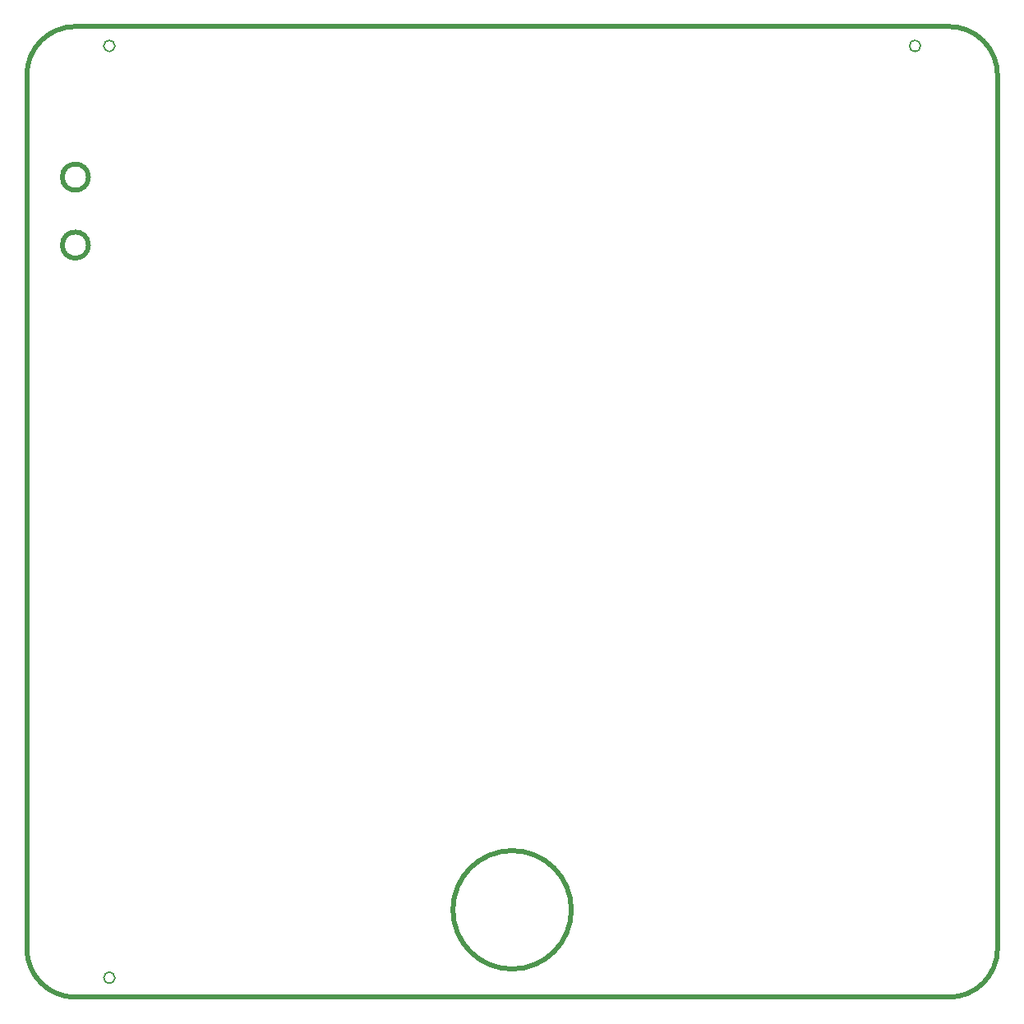
<source format=gm1>
G04 #@! TF.GenerationSoftware,KiCad,Pcbnew,6.0.2+dfsg-1*
G04 #@! TF.CreationDate,2023-02-17T05:59:19+01:00*
G04 #@! TF.ProjectId,LED,4c45442e-6b69-4636-9164-5f7063625858,rev?*
G04 #@! TF.SameCoordinates,Original*
G04 #@! TF.FileFunction,Profile,NP*
%FSLAX46Y46*%
G04 Gerber Fmt 4.6, Leading zero omitted, Abs format (unit mm)*
G04 Created by KiCad (PCBNEW 6.0.2+dfsg-1) date 2023-02-17 05:59:19*
%MOMM*%
%LPD*%
G01*
G04 APERTURE LIST*
G04 #@! TA.AperFunction,Profile*
%ADD10C,0.500000*%
G04 #@! TD*
G04 #@! TA.AperFunction,Profile*
%ADD11C,0.200000*%
G04 #@! TD*
G04 APERTURE END LIST*
D10*
X98570000Y-143450000D02*
X98570000Y-53450000D01*
X193570000Y-148450000D02*
G75*
G03*
X198570000Y-143450000I0J5000000D01*
G01*
X154670000Y-139450000D02*
G75*
G03*
X154670000Y-139450000I-6100000J0D01*
G01*
X193570000Y-148450000D02*
X103570000Y-148450000D01*
X103570000Y-48450000D02*
X193570000Y-48450000D01*
D11*
X107646000Y-146450000D02*
G75*
G03*
X107646000Y-146450000I-576000J0D01*
G01*
D10*
X198570000Y-53450000D02*
X198570000Y-143450000D01*
D11*
X107646000Y-50450000D02*
G75*
G03*
X107646000Y-50450000I-576000J0D01*
G01*
D10*
X103570000Y-48450000D02*
G75*
G03*
X98570000Y-53450000I0J-5000000D01*
G01*
X98570000Y-143450000D02*
G75*
G03*
X103570000Y-148450000I5000000J0D01*
G01*
X198570000Y-53450000D02*
G75*
G03*
X193570000Y-48450000I-5000000J0D01*
G01*
D11*
X190646000Y-50450000D02*
G75*
G03*
X190646000Y-50450000I-576000J0D01*
G01*
D10*
X104915362Y-63965000D02*
G75*
G03*
X104915362Y-63965000I-1345362J0D01*
G01*
X104915362Y-70965000D02*
G75*
G03*
X104915362Y-70965000I-1345362J0D01*
G01*
M02*

</source>
